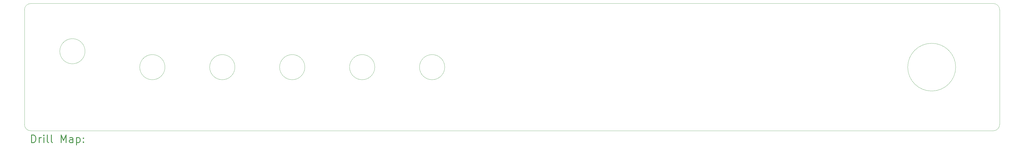
<source format=gbr>
%FSLAX45Y45*%
G04 Gerber Fmt 4.5, Leading zero omitted, Abs format (unit mm)*
G04 Created by KiCad (PCBNEW 5.1.10-88a1d61d58~90~ubuntu20.04.1) date 2021-08-18 08:02:44*
%MOMM*%
%LPD*%
G01*
G04 APERTURE LIST*
%TA.AperFunction,Profile*%
%ADD10C,0.050000*%
%TD*%
%ADD11C,0.200000*%
%ADD12C,0.300000*%
G04 APERTURE END LIST*
D10*
X36988750Y-2540000D02*
G75*
G03*
X36988750Y-2540000I-952500J0D01*
G01*
X16694150Y-2540000D02*
G75*
G03*
X16694150Y-2540000I-501650J0D01*
G01*
X13916025Y-2540000D02*
G75*
G03*
X13916025Y-2540000I-501650J0D01*
G01*
X11137900Y-2540000D02*
G75*
G03*
X11137900Y-2540000I-501650J0D01*
G01*
X8359775Y-2540000D02*
G75*
G03*
X8359775Y-2540000I-501650J0D01*
G01*
X5581650Y-2540000D02*
G75*
G03*
X5581650Y-2540000I-501650J0D01*
G01*
X2406650Y-1905000D02*
G75*
G03*
X2406650Y-1905000I-501650J0D01*
G01*
X38481000Y0D02*
G75*
G02*
X38735000Y-254000I0J-254000D01*
G01*
X38735000Y-4826000D02*
G75*
G02*
X38481000Y-5080000I-254000J0D01*
G01*
X254000Y-5080000D02*
G75*
G02*
X0Y-4826000I0J254000D01*
G01*
X0Y-254000D02*
G75*
G02*
X254000Y0I254000J0D01*
G01*
X38481000Y0D02*
X254000Y0D01*
X38735000Y-4826000D02*
X38735000Y-254000D01*
X254000Y-5080000D02*
X38481000Y-5080000D01*
X0Y-254000D02*
X0Y-4826000D01*
D11*
D12*
X283928Y-5548214D02*
X283928Y-5248214D01*
X355357Y-5248214D01*
X398214Y-5262500D01*
X426786Y-5291072D01*
X441071Y-5319643D01*
X455357Y-5376786D01*
X455357Y-5419643D01*
X441071Y-5476786D01*
X426786Y-5505357D01*
X398214Y-5533929D01*
X355357Y-5548214D01*
X283928Y-5548214D01*
X583928Y-5548214D02*
X583928Y-5348214D01*
X583928Y-5405357D02*
X598214Y-5376786D01*
X612500Y-5362500D01*
X641071Y-5348214D01*
X669643Y-5348214D01*
X769643Y-5548214D02*
X769643Y-5348214D01*
X769643Y-5248214D02*
X755357Y-5262500D01*
X769643Y-5276786D01*
X783928Y-5262500D01*
X769643Y-5248214D01*
X769643Y-5276786D01*
X955357Y-5548214D02*
X926786Y-5533929D01*
X912500Y-5505357D01*
X912500Y-5248214D01*
X1112500Y-5548214D02*
X1083928Y-5533929D01*
X1069643Y-5505357D01*
X1069643Y-5248214D01*
X1455357Y-5548214D02*
X1455357Y-5248214D01*
X1555357Y-5462500D01*
X1655357Y-5248214D01*
X1655357Y-5548214D01*
X1926786Y-5548214D02*
X1926786Y-5391072D01*
X1912500Y-5362500D01*
X1883928Y-5348214D01*
X1826786Y-5348214D01*
X1798214Y-5362500D01*
X1926786Y-5533929D02*
X1898214Y-5548214D01*
X1826786Y-5548214D01*
X1798214Y-5533929D01*
X1783928Y-5505357D01*
X1783928Y-5476786D01*
X1798214Y-5448214D01*
X1826786Y-5433929D01*
X1898214Y-5433929D01*
X1926786Y-5419643D01*
X2069643Y-5348214D02*
X2069643Y-5648214D01*
X2069643Y-5362500D02*
X2098214Y-5348214D01*
X2155357Y-5348214D01*
X2183928Y-5362500D01*
X2198214Y-5376786D01*
X2212500Y-5405357D01*
X2212500Y-5491072D01*
X2198214Y-5519643D01*
X2183928Y-5533929D01*
X2155357Y-5548214D01*
X2098214Y-5548214D01*
X2069643Y-5533929D01*
X2341071Y-5519643D02*
X2355357Y-5533929D01*
X2341071Y-5548214D01*
X2326786Y-5533929D01*
X2341071Y-5519643D01*
X2341071Y-5548214D01*
X2341071Y-5362500D02*
X2355357Y-5376786D01*
X2341071Y-5391072D01*
X2326786Y-5376786D01*
X2341071Y-5362500D01*
X2341071Y-5391072D01*
M02*

</source>
